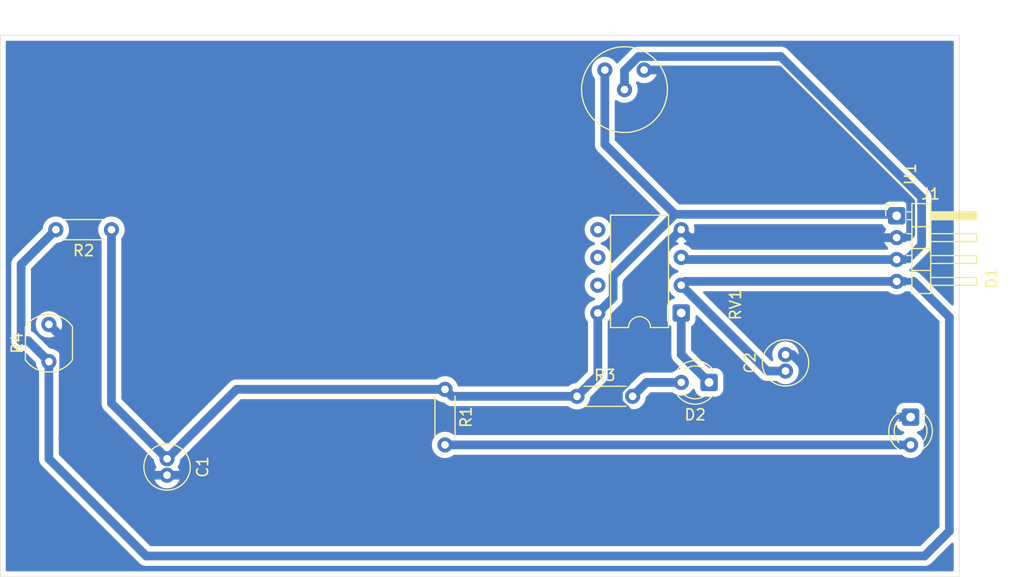
<source format=kicad_pcb>
(kicad_pcb (version 20241229) (generator "pcbnew") (generator_version "9.0")
  (layers (0 "F.Cu" signal) (2 "B.Cu" signal) (13 "F.Paste" user) (15 "B.Paste" user) (5 "F.SilkS" user "F.Silkscreen") (7 "B.SilkS" user "B.Silkscreen") (1 "F.Mask" user) (3 "B.Mask" user) (25 "Edge.Cuts" user))
  (net 0 "")
  (net 1 "GND")
  (net 2 "+5V")
  (net 3 "Net-(J1-Pin_4)")
  (net 4 "Net-(D1-A)")
  (net 5 "Net-(D2-K)")
  (net 6 "Net-(D2-A)")
  (net 7 "Net-(J1-Pin_3)")
  (footprint "Connector_PinHeader_2.00mm:PinHeader_1x04_P2.00mm_Horizontal" (layer "F.Cu") (at 237.49 71.12)
    (property "Reference" "J1" (at 3.1 -2 0) (layer "F.SilkS"))
    (property "Value" "Screw_Terminal_01x04")
    (fp_line (start -1 -1) (end 0 -1) (stroke (width 0.12)) (layer "F.SilkS"))
    (fp_line (start -1 0) (end -1 -1) (stroke (width 0.12)) (layer "F.SilkS"))
    (fp_line (start 0.916856 1.64) (end 1.39 1.64) (stroke (width 0.12)) (layer "F.SilkS"))
    (fp_line (start 0.916856 2.36) (end 1.39 2.36) (stroke (width 0.12)) (layer "F.SilkS"))
    (fp_line (start 0.916856 3.64) (end 1.39 3.64) (stroke (width 0.12)) (layer "F.SilkS"))
    (fp_line (start 0.916856 4.36) (end 1.39 4.36) (stroke (width 0.12)) (layer "F.SilkS"))
    (fp_line (start 0.916856 5.64) (end 1.39 5.64) (stroke (width 0.12)) (layer "F.SilkS"))
    (fp_line (start 0.916856 6.36) (end 1.39 6.36) (stroke (width 0.12)) (layer "F.SilkS"))
    (fp_line (start 0.985 -0.36) (end 1.39 -0.36) (stroke (width 0.12)) (layer "F.SilkS"))
    (fp_line (start 0.985 0.36) (end 1.39 0.36) (stroke (width 0.12)) (layer "F.SilkS"))
    (fp_line (start 1.39 -1.11) (end 1.39 7.11) (stroke (width 0.12)) (layer "F.SilkS"))
    (fp_line (start 1.39 1) (end 3.11 1) (stroke (width 0.12)) (layer "F.SilkS"))
    (fp_line (start 1.39 3) (end 3.11 3) (stroke (width 0.12)) (layer "F.SilkS"))
    (fp_line (start 1.39 5) (end 3.11 5) (stroke (width 0.12)) (layer "F.SilkS"))
    (fp_line (start 1.39 7.11) (end 3.11 7.11) (stroke (width 0.12)) (layer "F.SilkS"))
    (fp_line (start 3.11 -1.11) (end 1.39 -1.11) (stroke (width 0.12)) (layer "F.SilkS"))
    (fp_line (start 3.11 1.64) (end 7.31 1.64) (stroke (width 0.12)) (layer "F.SilkS"))
    (fp_line (start 3.11 3.64) (end 7.31 3.64) (stroke (width 0.12)) (layer "F.SilkS"))
    (fp_line (start 3.11 5.64) (end 7.31 5.64) (stroke (width 0.12)) (layer "F.SilkS"))
    (fp_line (start 3.11 7.11) (end 3.11 -1.11) (stroke (width 0.12)) (layer "F.SilkS"))
    (fp_line (start 7.31 1.64) (end 7.31 2.36) (stroke (width 0.12)) (layer "F.SilkS"))
    (fp_line (start 7.31 2.36) (end 3.11 2.36) (stroke (width 0.12)) (layer "F.SilkS"))
    (fp_line (start 7.31 3.64) (end 7.31 4.36) (stroke (width 0.12)) (layer "F.SilkS"))
    (fp_line (start 7.31 4.36) (end 3.11 4.36) (stroke (width 0.12)) (layer "F.SilkS"))
    (fp_line (start 7.31 5.64) (end 7.31 6.36) (stroke (width 0.12)) (layer "F.SilkS"))
    (fp_line (start 7.31 6.36) (end 3.11 6.36) (stroke (width 0.12)) (layer "F.SilkS"))
    (fp_rect (start 3.11 -0.36) (end 7.31 0.36) (stroke (width 0.12)) (fill yes) (layer "F.SilkS"))
    (pad "" np_thru_hole roundrect (at 0 0) (size 1.6 1.6) (drill 0.8) (layers "*.Mask" "B.Cu") (roundrect_rratio 0.15625))
    (pad "" np_thru_hole circle (at 0 2) (size 1.4 1.4) (drill 0.7) (layers "*.Mask" "B.Cu"))
    (pad "" np_thru_hole circle (at 0 4) (size 1.4 1.4) (drill 0.7) (layers "*.Mask" "B.Cu"))
    (pad "" np_thru_hole circle (at 0 6) (size 1.4 1.4) (drill 0.7) (layers "*.Mask" "B.Cu"))
  )
  (footprint "Potentiometer_THT:Potentiometer_Bourns_3339H_Vertical" (layer "F.Cu") (at 210.82 57.785 -90)
    (property "Reference" "RV1" (at 21.481051 -11.936051 90) (layer "F.SilkS"))
    (property "Value" "R_Potentiometer_Trim")
    (fp_circle (center 1.796 -1.796102) (end 5.716 -1.796102) (stroke (width 0.12)) (fill no) (layer "F.SilkS"))
    (pad "" np_thru_hole circle (at 0 -3.592102 270) (size 1.4 1.4) (drill 0.7) (layers "*.Mask" "B.Cu"))
    (pad "" np_thru_hole circle (at 0 0 270) (size 1.4 1.4) (drill 0.7) (layers "*.Mask" "B.Cu"))
    (pad "" np_thru_hole circle (at 1.796051 -1.796051 270) (size 1.4 1.4) (drill 0.7) (layers "*.Mask" "B.Cu"))
  )
  (footprint "LED_THT:LED_D3.0mm" (layer "F.Cu") (at 238.76 89.535 -90)
    (property "Reference" "D1" (at -12.7 -7.405 90) (layer "F.SilkS"))
    (property "Value" "PWRLED")
    (fp_line (start -0.29 1.08) (end -0.29 1.236) (stroke (width 0.12)) (layer "F.SilkS"))
    (fp_line (start -0.29 -1.236) (end -0.29 -1.08) (stroke (width 0.12)) (layer "F.SilkS"))
    (fp_arc (start 2.310961 1.08) (mid 1.27 1.5) (end 0.229039 1.08) (stroke (width 0.12)) (layer "F.SilkS"))
    (fp_arc (start 2.941437 1.08) (mid 1.36566 1.987699) (end -0.29 1.235516) (stroke (width 0.12)) (layer "F.SilkS"))
    (fp_arc (start 0.229039 -1.08) (mid 1.27 -1.5) (end 2.310961 -1.08) (stroke (width 0.12)) (layer "F.SilkS"))
    (fp_arc (start -0.29 -1.235516) (mid 1.36566 -1.987699) (end 2.941437 -1.08) (stroke (width 0.12)) (layer "F.SilkS"))
    (pad "" np_thru_hole roundrect (at 0 0 270) (size 1.6 1.6) (drill 0.8) (layers "*.Mask" "B.Cu") (roundrect_rratio 0.15625))
    (pad "" np_thru_hole circle (at 2.54 0 270) (size 1.4 1.4) (drill 0.7) (layers "*.Mask" "B.Cu"))
  )
  (footprint "Package_DIP:DIP-8_W7.62mm" (layer "F.Cu") (at 217.8 80.01 180)
    (property "Reference" "U1" (at -20.94 12.705 90) (layer "F.SilkS"))
    (property "Value" "LM393")
    (fp_line (start 6.46 8.95) (end 6.46 -1.33) (stroke (width 0.12)) (layer "F.SilkS"))
    (fp_line (start 6.46 -1.33) (end 4.81 -1.33) (stroke (width 0.12)) (layer "F.SilkS"))
    (fp_line (start 2.81 -1.33) (end 1.16 -1.33) (stroke (width 0.12)) (layer "F.SilkS"))
    (fp_line (start 1.16 8.95) (end 6.46 8.95) (stroke (width 0.12)) (layer "F.SilkS"))
    (fp_line (start 1.16 -1.33) (end 1.16 8.95) (stroke (width 0.12)) (layer "F.SilkS"))
    (fp_arc (start 4.81 -1.33) (mid 3.81 -0.33) (end 2.81 -1.33) (stroke (width 0.12)) (layer "F.SilkS"))
    (pad "" np_thru_hole roundrect (at 0 0 180) (size 1.6 1.6) (drill 0.8) (layers "*.Mask" "B.Cu") (roundrect_rratio 0.15625))
    (pad "" np_thru_hole circle (at 0 2.54 180) (size 1.4 1.4) (drill 0.7) (layers "*.Mask" "B.Cu"))
    (pad "" np_thru_hole circle (at 0 5.08 180) (size 1.4 1.4) (drill 0.7) (layers "*.Mask" "B.Cu"))
    (pad "" np_thru_hole circle (at 0 7.62 180) (size 1.4 1.4) (drill 0.7) (layers "*.Mask" "B.Cu"))
    (pad "" np_thru_hole circle (at 7.62 0 180) (size 1.4 1.4) (drill 0.7) (layers "*.Mask" "B.Cu"))
    (pad "" np_thru_hole circle (at 7.62 2.54 180) (size 1.4 1.4) (drill 0.7) (layers "*.Mask" "B.Cu"))
    (pad "" np_thru_hole circle (at 7.62 5.08 180) (size 1.4 1.4) (drill 0.7) (layers "*.Mask" "B.Cu"))
    (pad "" np_thru_hole circle (at 7.62 7.62 180) (size 1.4 1.4) (drill 0.7) (layers "*.Mask" "B.Cu"))
  )
  (footprint "Resistor_THT:R_Axial_DIN0204_L3.6mm_D1.6mm_P5.08mm_Horizontal" (layer "F.Cu") (at 165.735 72.39 180)
    (property "Reference" "R2" (at 2.54 -1.92 0) (layer "F.SilkS"))
    (property "Value" "R")
    (fp_line (start 0.62 0.92) (end 4.46 0.92) (stroke (width 0.12)) (layer "F.SilkS"))
    (fp_line (start 0.62 -0.92) (end 4.46 -0.92) (stroke (width 0.12)) (layer "F.SilkS"))
    (pad "" np_thru_hole circle (at 0 0 180) (size 1.4 1.4) (drill 0.7) (layers "*.Mask" "B.Cu"))
    (pad "" np_thru_hole circle (at 5.08 0 180) (size 1.4 1.4) (drill 0.7) (layers "*.Mask" "B.Cu"))
  )
  (footprint "Resistor_THT:R_Axial_DIN0204_L3.6mm_D1.6mm_P5.08mm_Horizontal" (layer "F.Cu") (at 208.28 87.63)
    (property "Reference" "R3" (at 2.54 -1.92 0) (layer "F.SilkS"))
    (property "Value" "R")
    (fp_line (start 0.62 -0.92) (end 4.46 -0.92) (stroke (width 0.12)) (layer "F.SilkS"))
    (fp_line (start 0.62 0.92) (end 4.46 0.92) (stroke (width 0.12)) (layer "F.SilkS"))
    (pad "" np_thru_hole circle (at 0 0) (size 1.4 1.4) (drill 0.7) (layers "*.Mask" "B.Cu"))
    (pad "" np_thru_hole circle (at 5.08 0) (size 1.4 1.4) (drill 0.7) (layers "*.Mask" "B.Cu"))
  )
  (footprint "LED_THT:LED_D3.0mm" (layer "F.Cu") (at 220.345 86.36 180)
    (property "Reference" "D2" (at 1.27 -2.96 0) (layer "F.SilkS"))
    (property "Value" "OUTLED")
    (fp_line (start -0.29 1.08) (end -0.29 1.236) (stroke (width 0.12)) (layer "F.SilkS"))
    (fp_line (start -0.29 -1.236) (end -0.29 -1.08) (stroke (width 0.12)) (layer "F.SilkS"))
    (fp_arc (start 2.941437 1.08) (mid 1.36566 1.987699) (end -0.29 1.235516) (stroke (width 0.12)) (layer "F.SilkS"))
    (fp_arc (start 2.310961 1.08) (mid 1.27 1.5) (end 0.229039 1.08) (stroke (width 0.12)) (layer "F.SilkS"))
    (fp_arc (start 0.229039 -1.08) (mid 1.27 -1.5) (end 2.310961 -1.08) (stroke (width 0.12)) (layer "F.SilkS"))
    (fp_arc (start -0.29 -1.235516) (mid 1.36566 -1.987699) (end 2.941437 -1.08) (stroke (width 0.12)) (layer "F.SilkS"))
    (pad "" np_thru_hole roundrect (at 0 0 180) (size 1.6 1.6) (drill 0.8) (layers "*.Mask" "B.Cu") (roundrect_rratio 0.15625))
    (pad "" np_thru_hole circle (at 2.54 0 180) (size 1.4 1.4) (drill 0.7) (layers "*.Mask" "B.Cu"))
  )
  (footprint "OptoDevice:R_LDR_5.1x4.3mm_P3.4mm_Vertical" (layer "F.Cu") (at 160.02 84.455 90)
    (property "Reference" "R4" (at 1.7 -2.9 90) (layer "F.SilkS"))
    (property "Value" "LDR07")
    (fp_line (start 0.15 -2.15) (end 3.2 -2.15) (stroke (width 0.12)) (layer "F.SilkS"))
    (fp_line (start 0.15 2.15) (end 3.2 2.15) (stroke (width 0.12)) (layer "F.SilkS"))
    (fp_arc (start 3.2 -2.15) (mid 4.321403 -0.027338) (end 3.244513 2.118249) (stroke (width 0.12)) (layer "F.SilkS"))
    (fp_arc (start 0.15 2.15) (mid -0.950438 -0.013368) (end 0.171766 -2.165525) (stroke (width 0.12)) (layer "F.SilkS"))
    (pad "" np_thru_hole circle (at 0 0 90) (size 1.4 1.4) (drill 0.7) (layers "*.Mask" "B.Cu"))
    (pad "" np_thru_hole circle (at 3.4 0 90) (size 1.4 1.4) (drill 0.7) (layers "*.Mask" "B.Cu"))
  )
  (footprint "Resistor_THT:R_Axial_DIN0204_L3.6mm_D1.6mm_P5.08mm_Horizontal" (layer "F.Cu") (at 196.215 86.995 -90)
    (property "Reference" "R1" (at 2.54 -1.92 90) (layer "F.SilkS"))
    (property "Value" "R")
    (fp_line (start 0.62 0.92) (end 4.46 0.92) (stroke (width 0.12)) (layer "F.SilkS"))
    (fp_line (start 0.62 -0.92) (end 4.46 -0.92) (stroke (width 0.12)) (layer "F.SilkS"))
    (pad "" np_thru_hole circle (at 0 0 270) (size 1.4 1.4) (drill 0.7) (layers "*.Mask" "B.Cu"))
    (pad "" np_thru_hole circle (at 5.08 0 270) (size 1.4 1.4) (drill 0.7) (layers "*.Mask" "B.Cu"))
  )
  (footprint "Capacitor_THT:C_Radial_D4.0mm_H5.0mm_P1.50mm" (layer "F.Cu") (at 227.33 85.32 90)
    (property "Reference" "C2" (at 0.75 -3.25 90) (layer "F.SilkS"))
    (property "Value" "C_Small_US")
    (fp_circle (center 0.75 0) (end 2.87 0) (stroke (width 0.12)) (fill no) (layer "F.SilkS"))
    (pad "" np_thru_hole circle (at 0 0 90) (size 1.4 1.4) (drill 0.7) (layers "*.Mask" "B.Cu"))
    (pad "" np_thru_hole circle (at 1.5 0 90) (size 1.4 1.4) (drill 0.7) (layers "*.Mask" "B.Cu"))
  )
  (footprint "Capacitor_THT:C_Radial_D4.0mm_H5.0mm_P1.50mm" (layer "F.Cu") (at 170.815 93.345 -90)
    (property "Reference" "C1" (at 0.75 -3.25 90) (layer "F.SilkS"))
    (property "Value" "C_Small_US")
    (fp_circle (center 0.75 0) (end 2.87 0) (stroke (width 0.12)) (fill no) (layer "F.SilkS"))
    (pad "" np_thru_hole circle (at 0 0 270) (size 1.4 1.4) (drill 0.7) (layers "*.Mask" "B.Cu"))
    (pad "" np_thru_hole circle (at 1.5 0 270) (size 1.4 1.4) (drill 0.7) (layers "*.Mask" "B.Cu"))
  )
  (gr_rect (start 155.575 54.61) (end 243.205 104.14) (stroke (width 0.05)) (fill no) (layer "Edge.Cuts"))
  (segment (start 212.821108 86.329) (end 212.059 87.091108) (width 0.8) (layer "B.Cu") (net 1))
  (segment (start 238.766 72.798594) (end 238.444594 73.12) (width 0.8) (layer "B.Cu") (net 1))
  (segment (start 238.444594 73.12) (end 237.49 73.12) (width 0.8) (layer "B.Cu") (net 1))
  (segment (start 233.3625 89.2175) (end 233.68 89.535) (width 0.8) (layer "B.Cu") (net 1))
  (segment (start 212.757554 88.867446) (end 213.107608 89.2175) (width 0.8) (layer "B.Cu") (net 1))
  (segment (start 218.53 73.12) (end 217.8 72.39) (width 0.8) (layer "B.Cu") (net 1))
  (segment (start 177.165 90.17) (end 211.455 90.17) (width 0.8) (layer "B.Cu") (net 1))
  (segment (start 211.455 90.17) (end 212.757554 88.867446) (width 0.8) (layer "B.Cu") (net 1))
  (segment (start 214.412102 57.785) (end 226.707 57.785) (width 0.8) (layer "B.Cu") (net 1))
  (segment (start 161.371 82.406) (end 161.371 91.359) (width 0.8) (layer "B.Cu") (net 1))
  (segment (start 161.371 91.359) (end 161.29 91.44) (width 0.8) (layer "B.Cu") (net 1))
  (segment (start 212.821108 77.368892) (end 212.821108 86.329) (width 0.8) (layer "B.Cu") (net 1))
  (segment (start 161.29 91.44) (end 164.695 94.845) (width 0.8) (layer "B.Cu") (net 1))
  (segment (start 160.02 81.055) (end 161.371 82.406) (width 0.8) (layer "B.Cu") (net 1))
  (segment (start 164.695 94.845) (end 170.815 94.845) (width 0.8) (layer "B.Cu") (net 1))
  (segment (start 233.68 89.535) (end 238.76 89.535) (width 0.8) (layer "B.Cu") (net 1))
  (segment (start 226.707 57.785) (end 238.766 69.844) (width 0.8) (layer "B.Cu") (net 1))
  (segment (start 213.107608 89.2175) (end 233.3625 89.2175) (width 0.8) (layer "B.Cu") (net 1))
  (segment (start 227.965 83.82) (end 233.3625 89.2175) (width 0.8) (layer "B.Cu") (net 1))
  (segment (start 172.49 94.845) (end 177.165 90.17) (width 0.8) (layer "B.Cu") (net 1))
  (segment (start 170.815 94.845) (end 172.49 94.845) (width 0.8) (layer "B.Cu") (net 1))
  (segment (start 217.8 72.39) (end 212.821108 77.368892) (width 0.8) (layer "B.Cu") (net 1))
  (segment (start 227.33 83.82) (end 227.965 83.82) (width 0.8) (layer "B.Cu") (net 1))
  (segment (start 212.059 87.091108) (end 212.059 88.168892) (width 0.8) (layer "B.Cu") (net 1))
  (segment (start 212.059 88.168892) (end 212.757554 88.867446) (width 0.8) (layer "B.Cu") (net 1))
  (segment (start 238.766 69.844) (end 238.766 72.798594) (width 0.8) (layer "B.Cu") (net 1))
  (segment (start 237.49 73.12) (end 218.53 73.12) (width 0.8) (layer "B.Cu") (net 1))
  (segment (start 196.85 87.63) (end 196.215 86.995) (width 0.8) (layer "B.Cu") (net 2))
  (segment (start 210.18 85.73) (end 210.18 80.01) (width 0.8) (layer "B.Cu") (net 2))
  (segment (start 196.215 86.995) (end 177.165 86.995) (width 0.8) (layer "B.Cu") (net 2))
  (segment (start 165.735 72.39) (end 165.735 88.265) (width 0.8) (layer "B.Cu") (net 2))
  (segment (start 211.581 76.627686) (end 211.581 78.609) (width 0.8) (layer "B.Cu") (net 2))
  (segment (start 208.28 87.63) (end 210.18 85.73) (width 0.8) (layer "B.Cu") (net 2))
  (segment (start 210.82 57.785) (end 210.82 64.589314) (width 0.8) (layer "B.Cu") (net 2))
  (segment (start 237.49 71.12) (end 237.359 70.989) (width 0.8) (layer "B.Cu") (net 2))
  (segment (start 237.359 70.989) (end 217.219686 70.989) (width 0.8) (layer "B.Cu") (net 2))
  (segment (start 177.165 86.995) (end 170.815 93.345) (width 0.8) (layer "B.Cu") (net 2))
  (segment (start 217.219686 70.989) (end 211.581 76.627686) (width 0.8) (layer "B.Cu") (net 2))
  (segment (start 210.82 64.589314) (end 217.219686 70.989) (width 0.8) (layer "B.Cu") (net 2))
  (segment (start 208.28 87.63) (end 196.85 87.63) (width 0.8) (layer "B.Cu") (net 2))
  (segment (start 165.735 88.265) (end 170.815 93.345) (width 0.8) (layer "B.Cu") (net 2))
  (segment (start 211.581 78.609) (end 210.18 80.01) (width 0.8) (layer "B.Cu") (net 2))
  (segment (start 168.91 102.235) (end 160.02 93.345) (width 0.8) (layer "B.Cu") (net 3))
  (segment (start 218.15 77.12) (end 217.8 77.47) (width 0.8) (layer "B.Cu") (net 3))
  (segment (start 217.8 77.47) (end 225.65 85.32) (width 0.8) (layer "B.Cu") (net 3))
  (segment (start 225.65 85.32) (end 227.33 85.32) (width 0.8) (layer "B.Cu") (net 3))
  (segment (start 240.03 102.235) (end 168.91 102.235) (width 0.8) (layer "B.Cu") (net 3))
  (segment (start 160.02 84.455) (end 158.115 82.55) (width 0.8) (layer "B.Cu") (net 3))
  (segment (start 237.49 77.12) (end 239.045 77.12) (width 0.8) (layer "B.Cu") (net 3))
  (segment (start 157.48 82.55) (end 157.48 75.565) (width 0.8) (layer "B.Cu") (net 3))
  (segment (start 239.045 77.12) (end 242.304 80.379) (width 0.8) (layer "B.Cu") (net 3))
  (segment (start 237.49 77.12) (end 218.15 77.12) (width 0.8) (layer "B.Cu") (net 3))
  (segment (start 160.02 93.345) (end 160.02 84.455) (width 0.8) (layer "B.Cu") (net 3))
  (segment (start 242.304 99.961) (end 240.03 102.235) (width 0.8) (layer "B.Cu") (net 3))
  (segment (start 158.115 82.55) (end 157.48 82.55) (width 0.8) (layer "B.Cu") (net 3))
  (segment (start 157.48 75.565) (end 160.655 72.39) (width 0.8) (layer "B.Cu") (net 3))
  (segment (start 242.304 80.379) (end 242.304 99.961) (width 0.8) (layer "B.Cu") (net 3))
  (segment (start 196.215 92.075) (end 238.76 92.075) (width 0.8) (layer "B.Cu") (net 4))
  (segment (start 217.8 83.815) (end 220.345 86.36) (width 0.8) (layer "B.Cu") (net 5))
  (segment (start 217.8 80.01) (end 217.8 83.815) (width 0.8) (layer "B.Cu") (net 5))
  (segment (start 217.805 86.36) (end 214.63 86.36) (width 0.8) (layer "B.Cu") (net 6))
  (segment (start 214.63 86.36) (end 213.36 87.63) (width 0.8) (layer "B.Cu") (net 6))
  (segment (start 238.444594 75.12) (end 237.49 75.12) (width 0.8) (layer "B.Cu") (net 7))
  (segment (start 239.767 73.797594) (end 238.444594 75.12) (width 0.8) (layer "B.Cu") (net 7))
  (segment (start 237.49 75.12) (end 217.99 75.12) (width 0.8) (layer "B.Cu") (net 7))
  (segment (start 213.902205 56.554) (end 226.891628 56.554) (width 0.8) (layer "B.Cu") (net 7))
  (segment (start 212.616051 57.840154) (end 213.902205 56.554) (width 0.8) (layer "B.Cu") (net 7))
  (segment (start 239.767 69.429372) (end 239.767 73.797594) (width 0.8) (layer "B.Cu") (net 7))
  (segment (start 212.616051 59.581051) (end 212.616051 57.840154) (width 0.8) (layer "B.Cu") (net 7))
  (segment (start 217.99 75.12) (end 217.8 74.93) (width 0.8) (layer "B.Cu") (net 7))
  (segment (start 226.891628 56.554) (end 239.767 69.429372) (width 0.8) (layer "B.Cu") (net 7))
  (zone (net 1) (net_name "GND") (layer "B.Cu") (connect_pads (clearance 0.5)) (min_thickness 0.25) (fill yes (thermal_gap 0.5) (thermal_bridge_width 0.5))
    (polygon (pts (xy 243.205 54.61) (xy 155.575 54.61) (xy 155.575 104.14) (xy 243.205 104.14)))
  )
)
</source>
